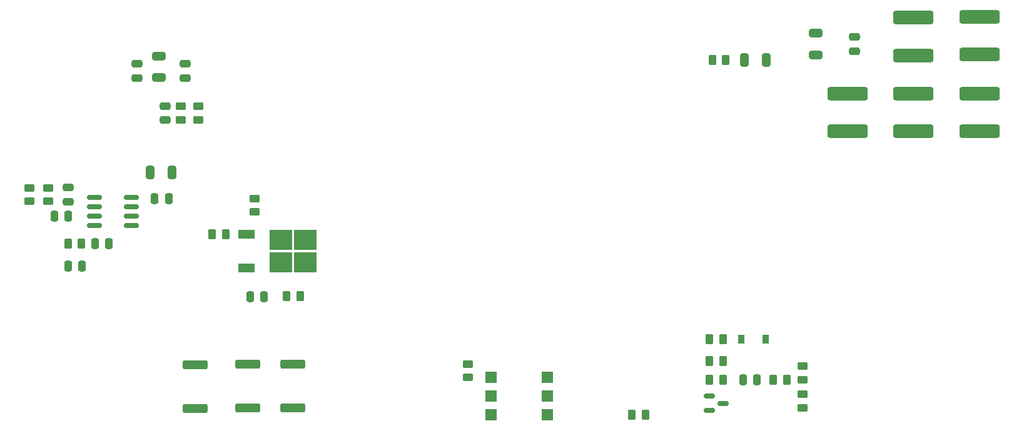
<source format=gbr>
%TF.GenerationSoftware,KiCad,Pcbnew,(6.0.10)*%
%TF.CreationDate,2023-06-11T22:06:00+03:00*%
%TF.ProjectId,flyback,666c7962-6163-46b2-9e6b-696361645f70,rev?*%
%TF.SameCoordinates,Original*%
%TF.FileFunction,Paste,Top*%
%TF.FilePolarity,Positive*%
%FSLAX46Y46*%
G04 Gerber Fmt 4.6, Leading zero omitted, Abs format (unit mm)*
G04 Created by KiCad (PCBNEW (6.0.10)) date 2023-06-11 22:06:00*
%MOMM*%
%LPD*%
G01*
G04 APERTURE LIST*
G04 Aperture macros list*
%AMRoundRect*
0 Rectangle with rounded corners*
0 $1 Rounding radius*
0 $2 $3 $4 $5 $6 $7 $8 $9 X,Y pos of 4 corners*
0 Add a 4 corners polygon primitive as box body*
4,1,4,$2,$3,$4,$5,$6,$7,$8,$9,$2,$3,0*
0 Add four circle primitives for the rounded corners*
1,1,$1+$1,$2,$3*
1,1,$1+$1,$4,$5*
1,1,$1+$1,$6,$7*
1,1,$1+$1,$8,$9*
0 Add four rect primitives between the rounded corners*
20,1,$1+$1,$2,$3,$4,$5,0*
20,1,$1+$1,$4,$5,$6,$7,0*
20,1,$1+$1,$6,$7,$8,$9,0*
20,1,$1+$1,$8,$9,$2,$3,0*%
G04 Aperture macros list end*
%ADD10R,1.600000X1.600000*%
%ADD11RoundRect,0.250000X-2.450000X0.650000X-2.450000X-0.650000X2.450000X-0.650000X2.450000X0.650000X0*%
%ADD12RoundRect,0.250000X-0.325000X-0.650000X0.325000X-0.650000X0.325000X0.650000X-0.325000X0.650000X0*%
%ADD13RoundRect,0.250000X-0.250000X-0.475000X0.250000X-0.475000X0.250000X0.475000X-0.250000X0.475000X0*%
%ADD14RoundRect,0.250000X-0.650000X0.325000X-0.650000X-0.325000X0.650000X-0.325000X0.650000X0.325000X0*%
%ADD15RoundRect,0.250000X-0.450000X0.262500X-0.450000X-0.262500X0.450000X-0.262500X0.450000X0.262500X0*%
%ADD16RoundRect,0.250000X0.475000X-0.250000X0.475000X0.250000X-0.475000X0.250000X-0.475000X-0.250000X0*%
%ADD17RoundRect,0.250000X0.250000X0.475000X-0.250000X0.475000X-0.250000X-0.475000X0.250000X-0.475000X0*%
%ADD18RoundRect,0.250000X-0.475000X0.250000X-0.475000X-0.250000X0.475000X-0.250000X0.475000X0.250000X0*%
%ADD19RoundRect,0.250000X0.325000X0.650000X-0.325000X0.650000X-0.325000X-0.650000X0.325000X-0.650000X0*%
%ADD20RoundRect,0.250000X0.262500X0.450000X-0.262500X0.450000X-0.262500X-0.450000X0.262500X-0.450000X0*%
%ADD21RoundRect,0.150000X-0.825000X-0.150000X0.825000X-0.150000X0.825000X0.150000X-0.825000X0.150000X0*%
%ADD22RoundRect,0.250000X2.450000X-0.650000X2.450000X0.650000X-2.450000X0.650000X-2.450000X-0.650000X0*%
%ADD23RoundRect,0.250000X-1.425000X0.362500X-1.425000X-0.362500X1.425000X-0.362500X1.425000X0.362500X0*%
%ADD24R,0.900000X1.200000*%
%ADD25RoundRect,0.250000X0.450000X-0.262500X0.450000X0.262500X-0.450000X0.262500X-0.450000X-0.262500X0*%
%ADD26RoundRect,0.250000X-0.262500X-0.450000X0.262500X-0.450000X0.262500X0.450000X-0.262500X0.450000X0*%
%ADD27RoundRect,0.150000X-0.587500X-0.150000X0.587500X-0.150000X0.587500X0.150000X-0.587500X0.150000X0*%
%ADD28R,3.050000X2.750000*%
%ADD29R,2.200000X1.200000*%
G04 APERTURE END LIST*
D10*
%TO.C,U2*%
X171323000Y-119227600D03*
X171323000Y-116687600D03*
X171323000Y-114147600D03*
X163703000Y-114147600D03*
X163703000Y-116687600D03*
X163703000Y-119227600D03*
%TD*%
D11*
%TO.C,C13*%
X220853000Y-65395000D03*
X220853000Y-70495000D03*
%TD*%
D12*
%TO.C,C12*%
X198042000Y-71120000D03*
X200992000Y-71120000D03*
%TD*%
D13*
%TO.C,C3*%
X110097250Y-95993000D03*
X111997250Y-95993000D03*
%TD*%
D14*
%TO.C,C8*%
X118795800Y-70584800D03*
X118795800Y-73534800D03*
%TD*%
D15*
%TO.C,R6*%
X131699000Y-89891500D03*
X131699000Y-91716500D03*
%TD*%
%TO.C,R4*%
X121691400Y-77421100D03*
X121691400Y-79246100D03*
%TD*%
D16*
%TO.C,C2*%
X106459000Y-90339000D03*
X106459000Y-88439000D03*
%TD*%
D15*
%TO.C,R5*%
X124129800Y-77421100D03*
X124129800Y-79246100D03*
%TD*%
D17*
%TO.C,C5*%
X120101400Y-89916000D03*
X118201400Y-89916000D03*
%TD*%
D18*
%TO.C,C4*%
X115773200Y-71643200D03*
X115773200Y-73543200D03*
%TD*%
D19*
%TO.C,C7*%
X120499400Y-86385400D03*
X117549400Y-86385400D03*
%TD*%
D18*
%TO.C,C19*%
X212877400Y-68036400D03*
X212877400Y-69936400D03*
%TD*%
%TO.C,C10*%
X119608600Y-77358200D03*
X119608600Y-79258200D03*
%TD*%
D20*
%TO.C,R16*%
X195120900Y-111912400D03*
X193295900Y-111912400D03*
%TD*%
D21*
%TO.C,U1*%
X110072400Y-89789000D03*
X110072400Y-91059000D03*
X110072400Y-92329000D03*
X110072400Y-93599000D03*
X115022400Y-93599000D03*
X115022400Y-92329000D03*
X115022400Y-91059000D03*
X115022400Y-89789000D03*
%TD*%
D20*
%TO.C,R10*%
X137859100Y-103124000D03*
X136034100Y-103124000D03*
%TD*%
D15*
%TO.C,R1*%
X101252000Y-88476500D03*
X101252000Y-90301500D03*
%TD*%
%TO.C,R19*%
X205867000Y-116435500D03*
X205867000Y-118260500D03*
%TD*%
D22*
%TO.C,C15*%
X211963000Y-80782000D03*
X211963000Y-75682000D03*
%TD*%
D20*
%TO.C,R13*%
X184603400Y-119253000D03*
X182778400Y-119253000D03*
%TD*%
D23*
%TO.C,R9*%
X136880600Y-112328100D03*
X136880600Y-118253100D03*
%TD*%
D24*
%TO.C,D3*%
X197587600Y-108991400D03*
X200887600Y-108991400D03*
%TD*%
D25*
%TO.C,R11*%
X160578800Y-114171100D03*
X160578800Y-112346100D03*
%TD*%
D26*
%TO.C,R20*%
X125985900Y-94767400D03*
X127810900Y-94767400D03*
%TD*%
D14*
%TO.C,C20*%
X207645000Y-67486000D03*
X207645000Y-70436000D03*
%TD*%
D26*
%TO.C,R15*%
X193295900Y-108991400D03*
X195120900Y-108991400D03*
%TD*%
D27*
%TO.C,U3*%
X193269000Y-116702800D03*
X193269000Y-118602800D03*
X195144000Y-117652800D03*
%TD*%
D13*
%TO.C,C14*%
X197805000Y-114477800D03*
X199705000Y-114477800D03*
%TD*%
D26*
%TO.C,R12*%
X193651500Y-71120000D03*
X195476500Y-71120000D03*
%TD*%
D23*
%TO.C,R8*%
X123672600Y-112455100D03*
X123672600Y-118380100D03*
%TD*%
D28*
%TO.C,Q1*%
X138598200Y-95528400D03*
X135248200Y-95528400D03*
X138598200Y-98578400D03*
X135248200Y-98578400D03*
D29*
X130623200Y-94773400D03*
X130623200Y-99333400D03*
%TD*%
D18*
%TO.C,C6*%
X122326400Y-71643200D03*
X122326400Y-73543200D03*
%TD*%
D26*
%TO.C,R17*%
X201906500Y-114477800D03*
X203731500Y-114477800D03*
%TD*%
D15*
%TO.C,R18*%
X205841600Y-112650900D03*
X205841600Y-114475900D03*
%TD*%
D22*
%TO.C,C17*%
X229870000Y-80782000D03*
X229870000Y-75682000D03*
%TD*%
D13*
%TO.C,C11*%
X131079200Y-103200200D03*
X132979200Y-103200200D03*
%TD*%
D26*
%TO.C,R3*%
X106451750Y-95993000D03*
X108276750Y-95993000D03*
%TD*%
D13*
%TO.C,C9*%
X104620000Y-92310000D03*
X106520000Y-92310000D03*
%TD*%
D11*
%TO.C,C16*%
X229870000Y-65268000D03*
X229870000Y-70368000D03*
%TD*%
D25*
%TO.C,R2*%
X103792000Y-90301500D03*
X103792000Y-88476500D03*
%TD*%
D23*
%TO.C,R7*%
X130759200Y-112353500D03*
X130759200Y-118278500D03*
%TD*%
D26*
%TO.C,R14*%
X193270500Y-114477800D03*
X195095500Y-114477800D03*
%TD*%
D22*
%TO.C,C18*%
X220853000Y-80782000D03*
X220853000Y-75682000D03*
%TD*%
D13*
%TO.C,C1*%
X106459000Y-99041000D03*
X108359000Y-99041000D03*
%TD*%
M02*

</source>
